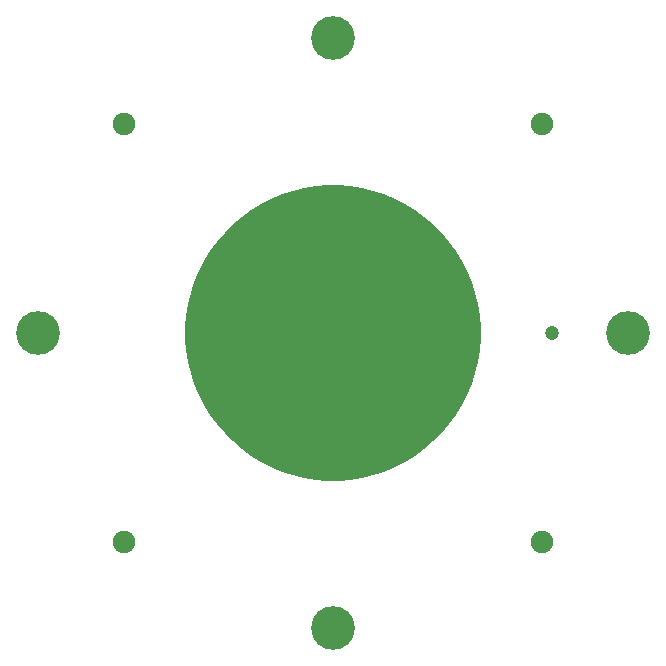
<source format=gbs>
%FSTAX23Y23*%
%MOIN*%
%SFA1B1*%

%IPPOS*%
%ADD11C,0.145800*%
%ADD12C,0.074930*%
%ADD13C,0.047370*%
%LNstator-1*%
%LPD*%
G36*
X03397Y03095D02*
Y03075D01*
X034Y03037*
X03406Y02998*
X03415Y02961*
X03427Y02924*
X03442Y02888*
X0346Y02854*
X0348Y02821*
X03503Y0279*
X03528Y0276*
X03555Y02733*
X03585Y02708*
X03616Y02685*
X03649Y02665*
X03683Y02647*
X03719Y02632*
X03756Y0262*
X03793Y02611*
X03832Y02605*
X0387Y02602*
X0389*
X03909*
X03947Y02605*
X03986Y02611*
X04023Y0262*
X0406Y02632*
X04096Y02647*
X0413Y02665*
X04163Y02685*
X04194Y02708*
X04224Y02733*
X04251Y0276*
X04276Y0279*
X04299Y02821*
X04319Y02854*
X04337Y02888*
X04352Y02924*
X04364Y02961*
X04373Y02998*
X04379Y03037*
X04382Y03075*
Y03095*
Y03114*
X04379Y03152*
X04373Y03191*
X04364Y03228*
X04352Y03265*
X04337Y03301*
X04319Y03335*
X04299Y03368*
X04276Y03399*
X04251Y03429*
X04224Y03456*
X04194Y03481*
X04163Y03504*
X0413Y03524*
X04096Y03542*
X0406Y03557*
X04023Y03569*
X03986Y03578*
X03947Y03584*
X03909Y03587*
X0389*
X0387*
X03832Y03584*
X03793Y03578*
X03756Y03569*
X03719Y03557*
X03683Y03542*
X03649Y03524*
X03616Y03504*
X03585Y03481*
X03555Y03456*
X03528Y03429*
X03503Y03399*
X0348Y03368*
X0346Y03335*
X03442Y03301*
X03427Y03265*
X03415Y03228*
X03406Y03191*
X034Y03152*
X03397Y03114*
Y03095*
G37*
G54D11*
X0389Y03419D03*
X02905Y03095D03*
X0389Y04079D03*
X04874Y03095D03*
X0389Y0211D03*
Y0277D03*
G54D12*
X04585Y02399D03*
X03194D03*
Y0379D03*
X04585D03*
G54D13*
X04618Y03095D03*
X0389D03*
M02*
</source>
